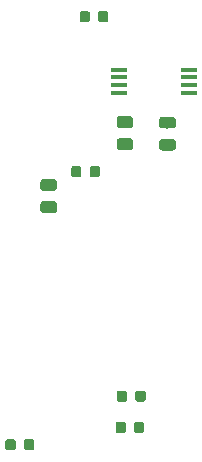
<source format=gbr>
G04 #@! TF.GenerationSoftware,KiCad,Pcbnew,(5.0.1)-rc2*
G04 #@! TF.CreationDate,2019-05-10T17:03:11-07:00*
G04 #@! TF.ProjectId,weatherStation,7765617468657253746174696F6E2E6B,rev?*
G04 #@! TF.SameCoordinates,Original*
G04 #@! TF.FileFunction,Paste,Bot*
G04 #@! TF.FilePolarity,Positive*
%FSLAX46Y46*%
G04 Gerber Fmt 4.6, Leading zero omitted, Abs format (unit mm)*
G04 Created by KiCad (PCBNEW (5.0.1)-rc2) date 5/10/2019 5:03:11 PM*
%MOMM*%
%LPD*%
G01*
G04 APERTURE LIST*
%ADD10C,0.100000*%
%ADD11C,0.975000*%
%ADD12C,0.875000*%
%ADD13R,1.450000X0.450000*%
G04 APERTURE END LIST*
D10*
G04 #@! TO.C,C1*
G36*
X111630542Y-68809474D02*
X111654203Y-68812984D01*
X111677407Y-68818796D01*
X111699929Y-68826854D01*
X111721553Y-68837082D01*
X111742070Y-68849379D01*
X111761283Y-68863629D01*
X111779007Y-68879693D01*
X111795071Y-68897417D01*
X111809321Y-68916630D01*
X111821618Y-68937147D01*
X111831846Y-68958771D01*
X111839904Y-68981293D01*
X111845716Y-69004497D01*
X111849226Y-69028158D01*
X111850400Y-69052050D01*
X111850400Y-69539550D01*
X111849226Y-69563442D01*
X111845716Y-69587103D01*
X111839904Y-69610307D01*
X111831846Y-69632829D01*
X111821618Y-69654453D01*
X111809321Y-69674970D01*
X111795071Y-69694183D01*
X111779007Y-69711907D01*
X111761283Y-69727971D01*
X111742070Y-69742221D01*
X111721553Y-69754518D01*
X111699929Y-69764746D01*
X111677407Y-69772804D01*
X111654203Y-69778616D01*
X111630542Y-69782126D01*
X111606650Y-69783300D01*
X110694150Y-69783300D01*
X110670258Y-69782126D01*
X110646597Y-69778616D01*
X110623393Y-69772804D01*
X110600871Y-69764746D01*
X110579247Y-69754518D01*
X110558730Y-69742221D01*
X110539517Y-69727971D01*
X110521793Y-69711907D01*
X110505729Y-69694183D01*
X110491479Y-69674970D01*
X110479182Y-69654453D01*
X110468954Y-69632829D01*
X110460896Y-69610307D01*
X110455084Y-69587103D01*
X110451574Y-69563442D01*
X110450400Y-69539550D01*
X110450400Y-69052050D01*
X110451574Y-69028158D01*
X110455084Y-69004497D01*
X110460896Y-68981293D01*
X110468954Y-68958771D01*
X110479182Y-68937147D01*
X110491479Y-68916630D01*
X110505729Y-68897417D01*
X110521793Y-68879693D01*
X110539517Y-68863629D01*
X110558730Y-68849379D01*
X110579247Y-68837082D01*
X110600871Y-68826854D01*
X110623393Y-68818796D01*
X110646597Y-68812984D01*
X110670258Y-68809474D01*
X110694150Y-68808300D01*
X111606650Y-68808300D01*
X111630542Y-68809474D01*
X111630542Y-68809474D01*
G37*
D11*
X111150400Y-69295800D03*
D10*
G36*
X111630542Y-70684474D02*
X111654203Y-70687984D01*
X111677407Y-70693796D01*
X111699929Y-70701854D01*
X111721553Y-70712082D01*
X111742070Y-70724379D01*
X111761283Y-70738629D01*
X111779007Y-70754693D01*
X111795071Y-70772417D01*
X111809321Y-70791630D01*
X111821618Y-70812147D01*
X111831846Y-70833771D01*
X111839904Y-70856293D01*
X111845716Y-70879497D01*
X111849226Y-70903158D01*
X111850400Y-70927050D01*
X111850400Y-71414550D01*
X111849226Y-71438442D01*
X111845716Y-71462103D01*
X111839904Y-71485307D01*
X111831846Y-71507829D01*
X111821618Y-71529453D01*
X111809321Y-71549970D01*
X111795071Y-71569183D01*
X111779007Y-71586907D01*
X111761283Y-71602971D01*
X111742070Y-71617221D01*
X111721553Y-71629518D01*
X111699929Y-71639746D01*
X111677407Y-71647804D01*
X111654203Y-71653616D01*
X111630542Y-71657126D01*
X111606650Y-71658300D01*
X110694150Y-71658300D01*
X110670258Y-71657126D01*
X110646597Y-71653616D01*
X110623393Y-71647804D01*
X110600871Y-71639746D01*
X110579247Y-71629518D01*
X110558730Y-71617221D01*
X110539517Y-71602971D01*
X110521793Y-71586907D01*
X110505729Y-71569183D01*
X110491479Y-71549970D01*
X110479182Y-71529453D01*
X110468954Y-71507829D01*
X110460896Y-71485307D01*
X110455084Y-71462103D01*
X110451574Y-71438442D01*
X110450400Y-71414550D01*
X110450400Y-70927050D01*
X110451574Y-70903158D01*
X110455084Y-70879497D01*
X110460896Y-70856293D01*
X110468954Y-70833771D01*
X110479182Y-70812147D01*
X110491479Y-70791630D01*
X110505729Y-70772417D01*
X110521793Y-70754693D01*
X110539517Y-70738629D01*
X110558730Y-70724379D01*
X110579247Y-70712082D01*
X110600871Y-70701854D01*
X110623393Y-70693796D01*
X110646597Y-70687984D01*
X110670258Y-70684474D01*
X110694150Y-70683300D01*
X111606650Y-70683300D01*
X111630542Y-70684474D01*
X111630542Y-70684474D01*
G37*
D11*
X111150400Y-71170800D03*
G04 #@! TD*
D10*
G04 #@! TO.C,C18*
G36*
X108023742Y-70629074D02*
X108047403Y-70632584D01*
X108070607Y-70638396D01*
X108093129Y-70646454D01*
X108114753Y-70656682D01*
X108135270Y-70668979D01*
X108154483Y-70683229D01*
X108172207Y-70699293D01*
X108188271Y-70717017D01*
X108202521Y-70736230D01*
X108214818Y-70756747D01*
X108225046Y-70778371D01*
X108233104Y-70800893D01*
X108238916Y-70824097D01*
X108242426Y-70847758D01*
X108243600Y-70871650D01*
X108243600Y-71359150D01*
X108242426Y-71383042D01*
X108238916Y-71406703D01*
X108233104Y-71429907D01*
X108225046Y-71452429D01*
X108214818Y-71474053D01*
X108202521Y-71494570D01*
X108188271Y-71513783D01*
X108172207Y-71531507D01*
X108154483Y-71547571D01*
X108135270Y-71561821D01*
X108114753Y-71574118D01*
X108093129Y-71584346D01*
X108070607Y-71592404D01*
X108047403Y-71598216D01*
X108023742Y-71601726D01*
X107999850Y-71602900D01*
X107087350Y-71602900D01*
X107063458Y-71601726D01*
X107039797Y-71598216D01*
X107016593Y-71592404D01*
X106994071Y-71584346D01*
X106972447Y-71574118D01*
X106951930Y-71561821D01*
X106932717Y-71547571D01*
X106914993Y-71531507D01*
X106898929Y-71513783D01*
X106884679Y-71494570D01*
X106872382Y-71474053D01*
X106862154Y-71452429D01*
X106854096Y-71429907D01*
X106848284Y-71406703D01*
X106844774Y-71383042D01*
X106843600Y-71359150D01*
X106843600Y-70871650D01*
X106844774Y-70847758D01*
X106848284Y-70824097D01*
X106854096Y-70800893D01*
X106862154Y-70778371D01*
X106872382Y-70756747D01*
X106884679Y-70736230D01*
X106898929Y-70717017D01*
X106914993Y-70699293D01*
X106932717Y-70683229D01*
X106951930Y-70668979D01*
X106972447Y-70656682D01*
X106994071Y-70646454D01*
X107016593Y-70638396D01*
X107039797Y-70632584D01*
X107063458Y-70629074D01*
X107087350Y-70627900D01*
X107999850Y-70627900D01*
X108023742Y-70629074D01*
X108023742Y-70629074D01*
G37*
D11*
X107543600Y-71115400D03*
D10*
G36*
X108023742Y-68754074D02*
X108047403Y-68757584D01*
X108070607Y-68763396D01*
X108093129Y-68771454D01*
X108114753Y-68781682D01*
X108135270Y-68793979D01*
X108154483Y-68808229D01*
X108172207Y-68824293D01*
X108188271Y-68842017D01*
X108202521Y-68861230D01*
X108214818Y-68881747D01*
X108225046Y-68903371D01*
X108233104Y-68925893D01*
X108238916Y-68949097D01*
X108242426Y-68972758D01*
X108243600Y-68996650D01*
X108243600Y-69484150D01*
X108242426Y-69508042D01*
X108238916Y-69531703D01*
X108233104Y-69554907D01*
X108225046Y-69577429D01*
X108214818Y-69599053D01*
X108202521Y-69619570D01*
X108188271Y-69638783D01*
X108172207Y-69656507D01*
X108154483Y-69672571D01*
X108135270Y-69686821D01*
X108114753Y-69699118D01*
X108093129Y-69709346D01*
X108070607Y-69717404D01*
X108047403Y-69723216D01*
X108023742Y-69726726D01*
X107999850Y-69727900D01*
X107087350Y-69727900D01*
X107063458Y-69726726D01*
X107039797Y-69723216D01*
X107016593Y-69717404D01*
X106994071Y-69709346D01*
X106972447Y-69699118D01*
X106951930Y-69686821D01*
X106932717Y-69672571D01*
X106914993Y-69656507D01*
X106898929Y-69638783D01*
X106884679Y-69619570D01*
X106872382Y-69599053D01*
X106862154Y-69577429D01*
X106854096Y-69554907D01*
X106848284Y-69531703D01*
X106844774Y-69508042D01*
X106843600Y-69484150D01*
X106843600Y-68996650D01*
X106844774Y-68972758D01*
X106848284Y-68949097D01*
X106854096Y-68925893D01*
X106862154Y-68903371D01*
X106872382Y-68881747D01*
X106884679Y-68861230D01*
X106898929Y-68842017D01*
X106914993Y-68824293D01*
X106932717Y-68808229D01*
X106951930Y-68793979D01*
X106972447Y-68781682D01*
X106994071Y-68771454D01*
X107016593Y-68763396D01*
X107039797Y-68757584D01*
X107063458Y-68754074D01*
X107087350Y-68752900D01*
X107999850Y-68752900D01*
X108023742Y-68754074D01*
X108023742Y-68754074D01*
G37*
D11*
X107543600Y-69240400D03*
G04 #@! TD*
D10*
G04 #@! TO.C,R13*
G36*
X104380191Y-59851053D02*
X104401426Y-59854203D01*
X104422250Y-59859419D01*
X104442462Y-59866651D01*
X104461868Y-59875830D01*
X104480281Y-59886866D01*
X104497524Y-59899654D01*
X104513430Y-59914070D01*
X104527846Y-59929976D01*
X104540634Y-59947219D01*
X104551670Y-59965632D01*
X104560849Y-59985038D01*
X104568081Y-60005250D01*
X104573297Y-60026074D01*
X104576447Y-60047309D01*
X104577500Y-60068750D01*
X104577500Y-60581250D01*
X104576447Y-60602691D01*
X104573297Y-60623926D01*
X104568081Y-60644750D01*
X104560849Y-60664962D01*
X104551670Y-60684368D01*
X104540634Y-60702781D01*
X104527846Y-60720024D01*
X104513430Y-60735930D01*
X104497524Y-60750346D01*
X104480281Y-60763134D01*
X104461868Y-60774170D01*
X104442462Y-60783349D01*
X104422250Y-60790581D01*
X104401426Y-60795797D01*
X104380191Y-60798947D01*
X104358750Y-60800000D01*
X103921250Y-60800000D01*
X103899809Y-60798947D01*
X103878574Y-60795797D01*
X103857750Y-60790581D01*
X103837538Y-60783349D01*
X103818132Y-60774170D01*
X103799719Y-60763134D01*
X103782476Y-60750346D01*
X103766570Y-60735930D01*
X103752154Y-60720024D01*
X103739366Y-60702781D01*
X103728330Y-60684368D01*
X103719151Y-60664962D01*
X103711919Y-60644750D01*
X103706703Y-60623926D01*
X103703553Y-60602691D01*
X103702500Y-60581250D01*
X103702500Y-60068750D01*
X103703553Y-60047309D01*
X103706703Y-60026074D01*
X103711919Y-60005250D01*
X103719151Y-59985038D01*
X103728330Y-59965632D01*
X103739366Y-59947219D01*
X103752154Y-59929976D01*
X103766570Y-59914070D01*
X103782476Y-59899654D01*
X103799719Y-59886866D01*
X103818132Y-59875830D01*
X103837538Y-59866651D01*
X103857750Y-59859419D01*
X103878574Y-59854203D01*
X103899809Y-59851053D01*
X103921250Y-59850000D01*
X104358750Y-59850000D01*
X104380191Y-59851053D01*
X104380191Y-59851053D01*
G37*
D12*
X104140000Y-60325000D03*
D10*
G36*
X105955191Y-59851053D02*
X105976426Y-59854203D01*
X105997250Y-59859419D01*
X106017462Y-59866651D01*
X106036868Y-59875830D01*
X106055281Y-59886866D01*
X106072524Y-59899654D01*
X106088430Y-59914070D01*
X106102846Y-59929976D01*
X106115634Y-59947219D01*
X106126670Y-59965632D01*
X106135849Y-59985038D01*
X106143081Y-60005250D01*
X106148297Y-60026074D01*
X106151447Y-60047309D01*
X106152500Y-60068750D01*
X106152500Y-60581250D01*
X106151447Y-60602691D01*
X106148297Y-60623926D01*
X106143081Y-60644750D01*
X106135849Y-60664962D01*
X106126670Y-60684368D01*
X106115634Y-60702781D01*
X106102846Y-60720024D01*
X106088430Y-60735930D01*
X106072524Y-60750346D01*
X106055281Y-60763134D01*
X106036868Y-60774170D01*
X106017462Y-60783349D01*
X105997250Y-60790581D01*
X105976426Y-60795797D01*
X105955191Y-60798947D01*
X105933750Y-60800000D01*
X105496250Y-60800000D01*
X105474809Y-60798947D01*
X105453574Y-60795797D01*
X105432750Y-60790581D01*
X105412538Y-60783349D01*
X105393132Y-60774170D01*
X105374719Y-60763134D01*
X105357476Y-60750346D01*
X105341570Y-60735930D01*
X105327154Y-60720024D01*
X105314366Y-60702781D01*
X105303330Y-60684368D01*
X105294151Y-60664962D01*
X105286919Y-60644750D01*
X105281703Y-60623926D01*
X105278553Y-60602691D01*
X105277500Y-60581250D01*
X105277500Y-60068750D01*
X105278553Y-60047309D01*
X105281703Y-60026074D01*
X105286919Y-60005250D01*
X105294151Y-59985038D01*
X105303330Y-59965632D01*
X105314366Y-59947219D01*
X105327154Y-59929976D01*
X105341570Y-59914070D01*
X105357476Y-59899654D01*
X105374719Y-59886866D01*
X105393132Y-59875830D01*
X105412538Y-59866651D01*
X105432750Y-59859419D01*
X105453574Y-59854203D01*
X105474809Y-59851053D01*
X105496250Y-59850000D01*
X105933750Y-59850000D01*
X105955191Y-59851053D01*
X105955191Y-59851053D01*
G37*
D12*
X105715000Y-60325000D03*
G04 #@! TD*
D10*
G04 #@! TO.C,R14*
G36*
X107529591Y-91982053D02*
X107550826Y-91985203D01*
X107571650Y-91990419D01*
X107591862Y-91997651D01*
X107611268Y-92006830D01*
X107629681Y-92017866D01*
X107646924Y-92030654D01*
X107662830Y-92045070D01*
X107677246Y-92060976D01*
X107690034Y-92078219D01*
X107701070Y-92096632D01*
X107710249Y-92116038D01*
X107717481Y-92136250D01*
X107722697Y-92157074D01*
X107725847Y-92178309D01*
X107726900Y-92199750D01*
X107726900Y-92712250D01*
X107725847Y-92733691D01*
X107722697Y-92754926D01*
X107717481Y-92775750D01*
X107710249Y-92795962D01*
X107701070Y-92815368D01*
X107690034Y-92833781D01*
X107677246Y-92851024D01*
X107662830Y-92866930D01*
X107646924Y-92881346D01*
X107629681Y-92894134D01*
X107611268Y-92905170D01*
X107591862Y-92914349D01*
X107571650Y-92921581D01*
X107550826Y-92926797D01*
X107529591Y-92929947D01*
X107508150Y-92931000D01*
X107070650Y-92931000D01*
X107049209Y-92929947D01*
X107027974Y-92926797D01*
X107007150Y-92921581D01*
X106986938Y-92914349D01*
X106967532Y-92905170D01*
X106949119Y-92894134D01*
X106931876Y-92881346D01*
X106915970Y-92866930D01*
X106901554Y-92851024D01*
X106888766Y-92833781D01*
X106877730Y-92815368D01*
X106868551Y-92795962D01*
X106861319Y-92775750D01*
X106856103Y-92754926D01*
X106852953Y-92733691D01*
X106851900Y-92712250D01*
X106851900Y-92199750D01*
X106852953Y-92178309D01*
X106856103Y-92157074D01*
X106861319Y-92136250D01*
X106868551Y-92116038D01*
X106877730Y-92096632D01*
X106888766Y-92078219D01*
X106901554Y-92060976D01*
X106915970Y-92045070D01*
X106931876Y-92030654D01*
X106949119Y-92017866D01*
X106967532Y-92006830D01*
X106986938Y-91997651D01*
X107007150Y-91990419D01*
X107027974Y-91985203D01*
X107049209Y-91982053D01*
X107070650Y-91981000D01*
X107508150Y-91981000D01*
X107529591Y-91982053D01*
X107529591Y-91982053D01*
G37*
D12*
X107289400Y-92456000D03*
D10*
G36*
X109104591Y-91982053D02*
X109125826Y-91985203D01*
X109146650Y-91990419D01*
X109166862Y-91997651D01*
X109186268Y-92006830D01*
X109204681Y-92017866D01*
X109221924Y-92030654D01*
X109237830Y-92045070D01*
X109252246Y-92060976D01*
X109265034Y-92078219D01*
X109276070Y-92096632D01*
X109285249Y-92116038D01*
X109292481Y-92136250D01*
X109297697Y-92157074D01*
X109300847Y-92178309D01*
X109301900Y-92199750D01*
X109301900Y-92712250D01*
X109300847Y-92733691D01*
X109297697Y-92754926D01*
X109292481Y-92775750D01*
X109285249Y-92795962D01*
X109276070Y-92815368D01*
X109265034Y-92833781D01*
X109252246Y-92851024D01*
X109237830Y-92866930D01*
X109221924Y-92881346D01*
X109204681Y-92894134D01*
X109186268Y-92905170D01*
X109166862Y-92914349D01*
X109146650Y-92921581D01*
X109125826Y-92926797D01*
X109104591Y-92929947D01*
X109083150Y-92931000D01*
X108645650Y-92931000D01*
X108624209Y-92929947D01*
X108602974Y-92926797D01*
X108582150Y-92921581D01*
X108561938Y-92914349D01*
X108542532Y-92905170D01*
X108524119Y-92894134D01*
X108506876Y-92881346D01*
X108490970Y-92866930D01*
X108476554Y-92851024D01*
X108463766Y-92833781D01*
X108452730Y-92815368D01*
X108443551Y-92795962D01*
X108436319Y-92775750D01*
X108431103Y-92754926D01*
X108427953Y-92733691D01*
X108426900Y-92712250D01*
X108426900Y-92199750D01*
X108427953Y-92178309D01*
X108431103Y-92157074D01*
X108436319Y-92136250D01*
X108443551Y-92116038D01*
X108452730Y-92096632D01*
X108463766Y-92078219D01*
X108476554Y-92060976D01*
X108490970Y-92045070D01*
X108506876Y-92030654D01*
X108524119Y-92017866D01*
X108542532Y-92006830D01*
X108561938Y-91997651D01*
X108582150Y-91990419D01*
X108602974Y-91985203D01*
X108624209Y-91982053D01*
X108645650Y-91981000D01*
X109083150Y-91981000D01*
X109104591Y-91982053D01*
X109104591Y-91982053D01*
G37*
D12*
X108864400Y-92456000D03*
G04 #@! TD*
D10*
G04 #@! TO.C,R15*
G36*
X109002991Y-94623653D02*
X109024226Y-94626803D01*
X109045050Y-94632019D01*
X109065262Y-94639251D01*
X109084668Y-94648430D01*
X109103081Y-94659466D01*
X109120324Y-94672254D01*
X109136230Y-94686670D01*
X109150646Y-94702576D01*
X109163434Y-94719819D01*
X109174470Y-94738232D01*
X109183649Y-94757638D01*
X109190881Y-94777850D01*
X109196097Y-94798674D01*
X109199247Y-94819909D01*
X109200300Y-94841350D01*
X109200300Y-95353850D01*
X109199247Y-95375291D01*
X109196097Y-95396526D01*
X109190881Y-95417350D01*
X109183649Y-95437562D01*
X109174470Y-95456968D01*
X109163434Y-95475381D01*
X109150646Y-95492624D01*
X109136230Y-95508530D01*
X109120324Y-95522946D01*
X109103081Y-95535734D01*
X109084668Y-95546770D01*
X109065262Y-95555949D01*
X109045050Y-95563181D01*
X109024226Y-95568397D01*
X109002991Y-95571547D01*
X108981550Y-95572600D01*
X108544050Y-95572600D01*
X108522609Y-95571547D01*
X108501374Y-95568397D01*
X108480550Y-95563181D01*
X108460338Y-95555949D01*
X108440932Y-95546770D01*
X108422519Y-95535734D01*
X108405276Y-95522946D01*
X108389370Y-95508530D01*
X108374954Y-95492624D01*
X108362166Y-95475381D01*
X108351130Y-95456968D01*
X108341951Y-95437562D01*
X108334719Y-95417350D01*
X108329503Y-95396526D01*
X108326353Y-95375291D01*
X108325300Y-95353850D01*
X108325300Y-94841350D01*
X108326353Y-94819909D01*
X108329503Y-94798674D01*
X108334719Y-94777850D01*
X108341951Y-94757638D01*
X108351130Y-94738232D01*
X108362166Y-94719819D01*
X108374954Y-94702576D01*
X108389370Y-94686670D01*
X108405276Y-94672254D01*
X108422519Y-94659466D01*
X108440932Y-94648430D01*
X108460338Y-94639251D01*
X108480550Y-94632019D01*
X108501374Y-94626803D01*
X108522609Y-94623653D01*
X108544050Y-94622600D01*
X108981550Y-94622600D01*
X109002991Y-94623653D01*
X109002991Y-94623653D01*
G37*
D12*
X108762800Y-95097600D03*
D10*
G36*
X107427991Y-94623653D02*
X107449226Y-94626803D01*
X107470050Y-94632019D01*
X107490262Y-94639251D01*
X107509668Y-94648430D01*
X107528081Y-94659466D01*
X107545324Y-94672254D01*
X107561230Y-94686670D01*
X107575646Y-94702576D01*
X107588434Y-94719819D01*
X107599470Y-94738232D01*
X107608649Y-94757638D01*
X107615881Y-94777850D01*
X107621097Y-94798674D01*
X107624247Y-94819909D01*
X107625300Y-94841350D01*
X107625300Y-95353850D01*
X107624247Y-95375291D01*
X107621097Y-95396526D01*
X107615881Y-95417350D01*
X107608649Y-95437562D01*
X107599470Y-95456968D01*
X107588434Y-95475381D01*
X107575646Y-95492624D01*
X107561230Y-95508530D01*
X107545324Y-95522946D01*
X107528081Y-95535734D01*
X107509668Y-95546770D01*
X107490262Y-95555949D01*
X107470050Y-95563181D01*
X107449226Y-95568397D01*
X107427991Y-95571547D01*
X107406550Y-95572600D01*
X106969050Y-95572600D01*
X106947609Y-95571547D01*
X106926374Y-95568397D01*
X106905550Y-95563181D01*
X106885338Y-95555949D01*
X106865932Y-95546770D01*
X106847519Y-95535734D01*
X106830276Y-95522946D01*
X106814370Y-95508530D01*
X106799954Y-95492624D01*
X106787166Y-95475381D01*
X106776130Y-95456968D01*
X106766951Y-95437562D01*
X106759719Y-95417350D01*
X106754503Y-95396526D01*
X106751353Y-95375291D01*
X106750300Y-95353850D01*
X106750300Y-94841350D01*
X106751353Y-94819909D01*
X106754503Y-94798674D01*
X106759719Y-94777850D01*
X106766951Y-94757638D01*
X106776130Y-94738232D01*
X106787166Y-94719819D01*
X106799954Y-94702576D01*
X106814370Y-94686670D01*
X106830276Y-94672254D01*
X106847519Y-94659466D01*
X106865932Y-94648430D01*
X106885338Y-94639251D01*
X106905550Y-94632019D01*
X106926374Y-94626803D01*
X106947609Y-94623653D01*
X106969050Y-94622600D01*
X107406550Y-94622600D01*
X107427991Y-94623653D01*
X107427991Y-94623653D01*
G37*
D12*
X107187800Y-95097600D03*
G04 #@! TD*
D10*
G04 #@! TO.C,R25*
G36*
X99681291Y-96096853D02*
X99702526Y-96100003D01*
X99723350Y-96105219D01*
X99743562Y-96112451D01*
X99762968Y-96121630D01*
X99781381Y-96132666D01*
X99798624Y-96145454D01*
X99814530Y-96159870D01*
X99828946Y-96175776D01*
X99841734Y-96193019D01*
X99852770Y-96211432D01*
X99861949Y-96230838D01*
X99869181Y-96251050D01*
X99874397Y-96271874D01*
X99877547Y-96293109D01*
X99878600Y-96314550D01*
X99878600Y-96827050D01*
X99877547Y-96848491D01*
X99874397Y-96869726D01*
X99869181Y-96890550D01*
X99861949Y-96910762D01*
X99852770Y-96930168D01*
X99841734Y-96948581D01*
X99828946Y-96965824D01*
X99814530Y-96981730D01*
X99798624Y-96996146D01*
X99781381Y-97008934D01*
X99762968Y-97019970D01*
X99743562Y-97029149D01*
X99723350Y-97036381D01*
X99702526Y-97041597D01*
X99681291Y-97044747D01*
X99659850Y-97045800D01*
X99222350Y-97045800D01*
X99200909Y-97044747D01*
X99179674Y-97041597D01*
X99158850Y-97036381D01*
X99138638Y-97029149D01*
X99119232Y-97019970D01*
X99100819Y-97008934D01*
X99083576Y-96996146D01*
X99067670Y-96981730D01*
X99053254Y-96965824D01*
X99040466Y-96948581D01*
X99029430Y-96930168D01*
X99020251Y-96910762D01*
X99013019Y-96890550D01*
X99007803Y-96869726D01*
X99004653Y-96848491D01*
X99003600Y-96827050D01*
X99003600Y-96314550D01*
X99004653Y-96293109D01*
X99007803Y-96271874D01*
X99013019Y-96251050D01*
X99020251Y-96230838D01*
X99029430Y-96211432D01*
X99040466Y-96193019D01*
X99053254Y-96175776D01*
X99067670Y-96159870D01*
X99083576Y-96145454D01*
X99100819Y-96132666D01*
X99119232Y-96121630D01*
X99138638Y-96112451D01*
X99158850Y-96105219D01*
X99179674Y-96100003D01*
X99200909Y-96096853D01*
X99222350Y-96095800D01*
X99659850Y-96095800D01*
X99681291Y-96096853D01*
X99681291Y-96096853D01*
G37*
D12*
X99441100Y-96570800D03*
D10*
G36*
X98106291Y-96096853D02*
X98127526Y-96100003D01*
X98148350Y-96105219D01*
X98168562Y-96112451D01*
X98187968Y-96121630D01*
X98206381Y-96132666D01*
X98223624Y-96145454D01*
X98239530Y-96159870D01*
X98253946Y-96175776D01*
X98266734Y-96193019D01*
X98277770Y-96211432D01*
X98286949Y-96230838D01*
X98294181Y-96251050D01*
X98299397Y-96271874D01*
X98302547Y-96293109D01*
X98303600Y-96314550D01*
X98303600Y-96827050D01*
X98302547Y-96848491D01*
X98299397Y-96869726D01*
X98294181Y-96890550D01*
X98286949Y-96910762D01*
X98277770Y-96930168D01*
X98266734Y-96948581D01*
X98253946Y-96965824D01*
X98239530Y-96981730D01*
X98223624Y-96996146D01*
X98206381Y-97008934D01*
X98187968Y-97019970D01*
X98168562Y-97029149D01*
X98148350Y-97036381D01*
X98127526Y-97041597D01*
X98106291Y-97044747D01*
X98084850Y-97045800D01*
X97647350Y-97045800D01*
X97625909Y-97044747D01*
X97604674Y-97041597D01*
X97583850Y-97036381D01*
X97563638Y-97029149D01*
X97544232Y-97019970D01*
X97525819Y-97008934D01*
X97508576Y-96996146D01*
X97492670Y-96981730D01*
X97478254Y-96965824D01*
X97465466Y-96948581D01*
X97454430Y-96930168D01*
X97445251Y-96910762D01*
X97438019Y-96890550D01*
X97432803Y-96869726D01*
X97429653Y-96848491D01*
X97428600Y-96827050D01*
X97428600Y-96314550D01*
X97429653Y-96293109D01*
X97432803Y-96271874D01*
X97438019Y-96251050D01*
X97445251Y-96230838D01*
X97454430Y-96211432D01*
X97465466Y-96193019D01*
X97478254Y-96175776D01*
X97492670Y-96159870D01*
X97508576Y-96145454D01*
X97525819Y-96132666D01*
X97544232Y-96121630D01*
X97563638Y-96112451D01*
X97583850Y-96105219D01*
X97604674Y-96100003D01*
X97625909Y-96096853D01*
X97647350Y-96095800D01*
X98084850Y-96095800D01*
X98106291Y-96096853D01*
X98106291Y-96096853D01*
G37*
D12*
X97866100Y-96570800D03*
G04 #@! TD*
D13*
G04 #@! TO.C,U4*
X107032000Y-66761000D03*
X107032000Y-66111000D03*
X107032000Y-65461000D03*
X107032000Y-64811000D03*
X112932000Y-64811000D03*
X112932000Y-65461000D03*
X112932000Y-66111000D03*
X112932000Y-66761000D03*
G04 #@! TD*
D10*
G04 #@! TO.C,R12*
G36*
X103668791Y-72982853D02*
X103690026Y-72986003D01*
X103710850Y-72991219D01*
X103731062Y-72998451D01*
X103750468Y-73007630D01*
X103768881Y-73018666D01*
X103786124Y-73031454D01*
X103802030Y-73045870D01*
X103816446Y-73061776D01*
X103829234Y-73079019D01*
X103840270Y-73097432D01*
X103849449Y-73116838D01*
X103856681Y-73137050D01*
X103861897Y-73157874D01*
X103865047Y-73179109D01*
X103866100Y-73200550D01*
X103866100Y-73713050D01*
X103865047Y-73734491D01*
X103861897Y-73755726D01*
X103856681Y-73776550D01*
X103849449Y-73796762D01*
X103840270Y-73816168D01*
X103829234Y-73834581D01*
X103816446Y-73851824D01*
X103802030Y-73867730D01*
X103786124Y-73882146D01*
X103768881Y-73894934D01*
X103750468Y-73905970D01*
X103731062Y-73915149D01*
X103710850Y-73922381D01*
X103690026Y-73927597D01*
X103668791Y-73930747D01*
X103647350Y-73931800D01*
X103209850Y-73931800D01*
X103188409Y-73930747D01*
X103167174Y-73927597D01*
X103146350Y-73922381D01*
X103126138Y-73915149D01*
X103106732Y-73905970D01*
X103088319Y-73894934D01*
X103071076Y-73882146D01*
X103055170Y-73867730D01*
X103040754Y-73851824D01*
X103027966Y-73834581D01*
X103016930Y-73816168D01*
X103007751Y-73796762D01*
X103000519Y-73776550D01*
X102995303Y-73755726D01*
X102992153Y-73734491D01*
X102991100Y-73713050D01*
X102991100Y-73200550D01*
X102992153Y-73179109D01*
X102995303Y-73157874D01*
X103000519Y-73137050D01*
X103007751Y-73116838D01*
X103016930Y-73097432D01*
X103027966Y-73079019D01*
X103040754Y-73061776D01*
X103055170Y-73045870D01*
X103071076Y-73031454D01*
X103088319Y-73018666D01*
X103106732Y-73007630D01*
X103126138Y-72998451D01*
X103146350Y-72991219D01*
X103167174Y-72986003D01*
X103188409Y-72982853D01*
X103209850Y-72981800D01*
X103647350Y-72981800D01*
X103668791Y-72982853D01*
X103668791Y-72982853D01*
G37*
D12*
X103428600Y-73456800D03*
D10*
G36*
X105243791Y-72982853D02*
X105265026Y-72986003D01*
X105285850Y-72991219D01*
X105306062Y-72998451D01*
X105325468Y-73007630D01*
X105343881Y-73018666D01*
X105361124Y-73031454D01*
X105377030Y-73045870D01*
X105391446Y-73061776D01*
X105404234Y-73079019D01*
X105415270Y-73097432D01*
X105424449Y-73116838D01*
X105431681Y-73137050D01*
X105436897Y-73157874D01*
X105440047Y-73179109D01*
X105441100Y-73200550D01*
X105441100Y-73713050D01*
X105440047Y-73734491D01*
X105436897Y-73755726D01*
X105431681Y-73776550D01*
X105424449Y-73796762D01*
X105415270Y-73816168D01*
X105404234Y-73834581D01*
X105391446Y-73851824D01*
X105377030Y-73867730D01*
X105361124Y-73882146D01*
X105343881Y-73894934D01*
X105325468Y-73905970D01*
X105306062Y-73915149D01*
X105285850Y-73922381D01*
X105265026Y-73927597D01*
X105243791Y-73930747D01*
X105222350Y-73931800D01*
X104784850Y-73931800D01*
X104763409Y-73930747D01*
X104742174Y-73927597D01*
X104721350Y-73922381D01*
X104701138Y-73915149D01*
X104681732Y-73905970D01*
X104663319Y-73894934D01*
X104646076Y-73882146D01*
X104630170Y-73867730D01*
X104615754Y-73851824D01*
X104602966Y-73834581D01*
X104591930Y-73816168D01*
X104582751Y-73796762D01*
X104575519Y-73776550D01*
X104570303Y-73755726D01*
X104567153Y-73734491D01*
X104566100Y-73713050D01*
X104566100Y-73200550D01*
X104567153Y-73179109D01*
X104570303Y-73157874D01*
X104575519Y-73137050D01*
X104582751Y-73116838D01*
X104591930Y-73097432D01*
X104602966Y-73079019D01*
X104615754Y-73061776D01*
X104630170Y-73045870D01*
X104646076Y-73031454D01*
X104663319Y-73018666D01*
X104681732Y-73007630D01*
X104701138Y-72998451D01*
X104721350Y-72991219D01*
X104742174Y-72986003D01*
X104763409Y-72982853D01*
X104784850Y-72981800D01*
X105222350Y-72981800D01*
X105243791Y-72982853D01*
X105243791Y-72982853D01*
G37*
D12*
X105003600Y-73456800D03*
G04 #@! TD*
D10*
G04 #@! TO.C,C2*
G36*
X101572142Y-75963074D02*
X101595803Y-75966584D01*
X101619007Y-75972396D01*
X101641529Y-75980454D01*
X101663153Y-75990682D01*
X101683670Y-76002979D01*
X101702883Y-76017229D01*
X101720607Y-76033293D01*
X101736671Y-76051017D01*
X101750921Y-76070230D01*
X101763218Y-76090747D01*
X101773446Y-76112371D01*
X101781504Y-76134893D01*
X101787316Y-76158097D01*
X101790826Y-76181758D01*
X101792000Y-76205650D01*
X101792000Y-76693150D01*
X101790826Y-76717042D01*
X101787316Y-76740703D01*
X101781504Y-76763907D01*
X101773446Y-76786429D01*
X101763218Y-76808053D01*
X101750921Y-76828570D01*
X101736671Y-76847783D01*
X101720607Y-76865507D01*
X101702883Y-76881571D01*
X101683670Y-76895821D01*
X101663153Y-76908118D01*
X101641529Y-76918346D01*
X101619007Y-76926404D01*
X101595803Y-76932216D01*
X101572142Y-76935726D01*
X101548250Y-76936900D01*
X100635750Y-76936900D01*
X100611858Y-76935726D01*
X100588197Y-76932216D01*
X100564993Y-76926404D01*
X100542471Y-76918346D01*
X100520847Y-76908118D01*
X100500330Y-76895821D01*
X100481117Y-76881571D01*
X100463393Y-76865507D01*
X100447329Y-76847783D01*
X100433079Y-76828570D01*
X100420782Y-76808053D01*
X100410554Y-76786429D01*
X100402496Y-76763907D01*
X100396684Y-76740703D01*
X100393174Y-76717042D01*
X100392000Y-76693150D01*
X100392000Y-76205650D01*
X100393174Y-76181758D01*
X100396684Y-76158097D01*
X100402496Y-76134893D01*
X100410554Y-76112371D01*
X100420782Y-76090747D01*
X100433079Y-76070230D01*
X100447329Y-76051017D01*
X100463393Y-76033293D01*
X100481117Y-76017229D01*
X100500330Y-76002979D01*
X100520847Y-75990682D01*
X100542471Y-75980454D01*
X100564993Y-75972396D01*
X100588197Y-75966584D01*
X100611858Y-75963074D01*
X100635750Y-75961900D01*
X101548250Y-75961900D01*
X101572142Y-75963074D01*
X101572142Y-75963074D01*
G37*
D11*
X101092000Y-76449400D03*
D10*
G36*
X101572142Y-74088074D02*
X101595803Y-74091584D01*
X101619007Y-74097396D01*
X101641529Y-74105454D01*
X101663153Y-74115682D01*
X101683670Y-74127979D01*
X101702883Y-74142229D01*
X101720607Y-74158293D01*
X101736671Y-74176017D01*
X101750921Y-74195230D01*
X101763218Y-74215747D01*
X101773446Y-74237371D01*
X101781504Y-74259893D01*
X101787316Y-74283097D01*
X101790826Y-74306758D01*
X101792000Y-74330650D01*
X101792000Y-74818150D01*
X101790826Y-74842042D01*
X101787316Y-74865703D01*
X101781504Y-74888907D01*
X101773446Y-74911429D01*
X101763218Y-74933053D01*
X101750921Y-74953570D01*
X101736671Y-74972783D01*
X101720607Y-74990507D01*
X101702883Y-75006571D01*
X101683670Y-75020821D01*
X101663153Y-75033118D01*
X101641529Y-75043346D01*
X101619007Y-75051404D01*
X101595803Y-75057216D01*
X101572142Y-75060726D01*
X101548250Y-75061900D01*
X100635750Y-75061900D01*
X100611858Y-75060726D01*
X100588197Y-75057216D01*
X100564993Y-75051404D01*
X100542471Y-75043346D01*
X100520847Y-75033118D01*
X100500330Y-75020821D01*
X100481117Y-75006571D01*
X100463393Y-74990507D01*
X100447329Y-74972783D01*
X100433079Y-74953570D01*
X100420782Y-74933053D01*
X100410554Y-74911429D01*
X100402496Y-74888907D01*
X100396684Y-74865703D01*
X100393174Y-74842042D01*
X100392000Y-74818150D01*
X100392000Y-74330650D01*
X100393174Y-74306758D01*
X100396684Y-74283097D01*
X100402496Y-74259893D01*
X100410554Y-74237371D01*
X100420782Y-74215747D01*
X100433079Y-74195230D01*
X100447329Y-74176017D01*
X100463393Y-74158293D01*
X100481117Y-74142229D01*
X100500330Y-74127979D01*
X100520847Y-74115682D01*
X100542471Y-74105454D01*
X100564993Y-74097396D01*
X100588197Y-74091584D01*
X100611858Y-74088074D01*
X100635750Y-74086900D01*
X101548250Y-74086900D01*
X101572142Y-74088074D01*
X101572142Y-74088074D01*
G37*
D11*
X101092000Y-74574400D03*
G04 #@! TD*
M02*

</source>
